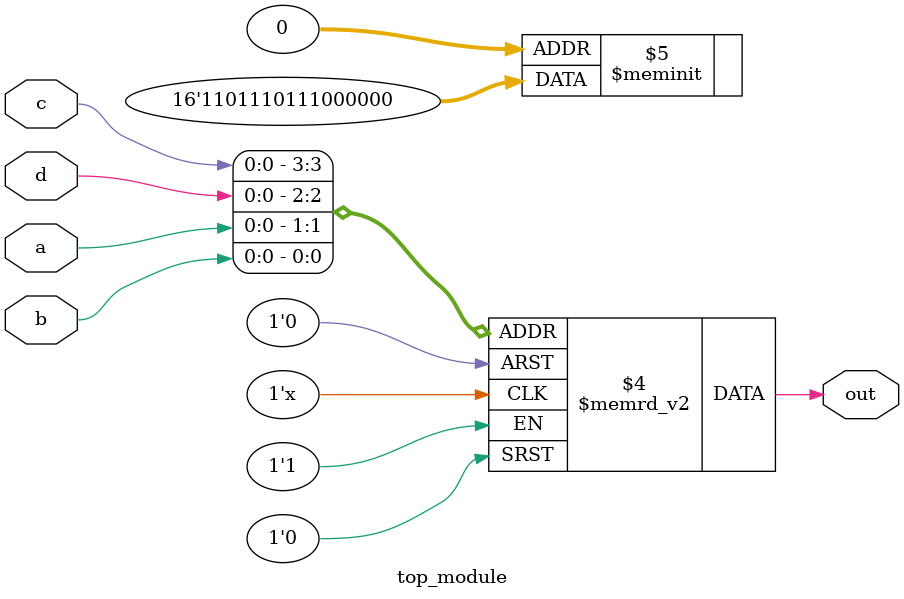
<source format=sv>
module top_module (
    input a,
    input b,
    input c,
    input d,
    output reg out
);

always @(*) begin
    case ({c, d, a, b})
        4'b0000: out = 1'b0; // ab=00, cd=00, don't-care interpreted as 0
        4'b0001: out = 1'b0; // ab=00, cd=01
        4'b0010: out = 1'b0; // ab=00, cd=10, don't-care interpreted as 0
        4'b0011: out = 1'b0; // ab=00, cd=11, don't-care interpreted as 0
        4'b0100: out = 1'b0; // ab=01, cd=00
        4'b0101: out = 1'b0; // ab=01, cd=01
        4'b0110: out = 1'b1; // ab=01, cd=10, don't-care interpreted as 1
        4'b0111: out = 1'b1; // ab=01, cd=11, don't-care interpreted as 1
        4'b1000: out = 1'b1; // ab=10, cd=00
        4'b1001: out = 1'b0; // ab=10, cd=01
        4'b1010: out = 1'b1; // ab=10, cd=10, don't-care interpreted as 1
        4'b1011: out = 1'b1; // ab=10, cd=11, don't-care interpreted as 1
        4'b1100: out = 1'b1; // ab=11, cd=00
        4'b1101: out = 1'b0; // ab=11, cd=01, don't-care interpreted as 0
        4'b1110: out = 1'b1; // ab=11, cd=10
        4'b1111: out = 1'b1; // ab=11, cd=11, don't-care interpreted as 1
        default: out = 1'b0; // Default to 0 for safety
    endcase
end

endmodule

</source>
